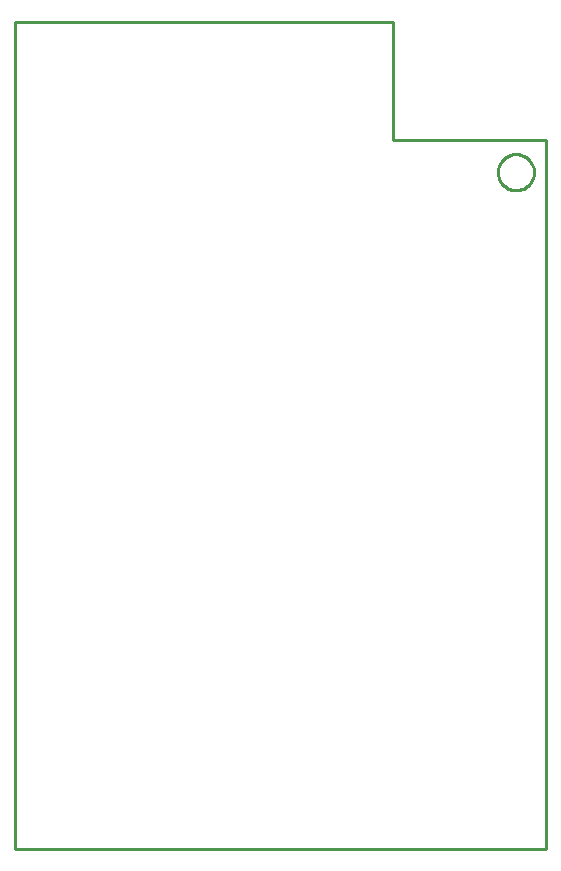
<source format=gko>
%FSDAX24Y24*%
%MOIN*%
%SFA1B1*%

%IPPOS*%
%ADD26C,0.010000*%
%LNde-260124-1*%
%LPD*%
G54D26*
X031002Y035900D02*
D01*
X031000Y035941*
X030996Y035983*
X030988Y036025*
X030978Y036065*
X030965Y036105*
X030949Y036144*
X030931Y036182*
X030910Y036219*
X030887Y036253*
X030861Y036286*
X030833Y036318*
X030802Y036347*
X030770Y036374*
X030736Y036399*
X030701Y036421*
X030663Y036441*
X030625Y036458*
X030586Y036472*
X030545Y036484*
X030504Y036492*
X030462Y036498*
X030421Y036501*
X030378*
X030337Y036498*
X030295Y036492*
X030254Y036484*
X030213Y036472*
X030174Y036458*
X030136Y036441*
X030099Y036421*
X030063Y036399*
X030029Y036374*
X029997Y036347*
X029966Y036318*
X029938Y036286*
X029912Y036253*
X029889Y036219*
X029868Y036182*
X029850Y036144*
X029834Y036105*
X029821Y036065*
X029811Y036025*
X029803Y035983*
X029799Y035941*
X029798Y035900*
X029799Y035858*
X029803Y035816*
X029811Y035774*
X029821Y035734*
X029834Y035694*
X029850Y035655*
X029868Y035617*
X029889Y035580*
X029912Y035546*
X029938Y035513*
X029966Y035481*
X029997Y035452*
X030029Y035425*
X030063Y035400*
X030099Y035378*
X030136Y035358*
X030174Y035341*
X030213Y035327*
X030254Y035315*
X030295Y035307*
X030337Y035301*
X030378Y035298*
X030421*
X030462Y035301*
X030504Y035307*
X030545Y035315*
X030586Y035327*
X030625Y035341*
X030663Y035358*
X030701Y035378*
X030736Y035400*
X030770Y035425*
X030802Y035452*
X030833Y035481*
X030861Y035513*
X030887Y035546*
X030910Y035580*
X030931Y035617*
X030949Y035655*
X030965Y035694*
X030978Y035734*
X030988Y035774*
X030996Y035816*
X031000Y035858*
X031002Y035900*
X013700Y040909D02*
X026298D01*
X013700Y013350D02*
X031417D01*
X013700D02*
Y040909D01*
X031417Y013350D02*
Y036972D01*
X026298D02*
X031417D01*
X026298D02*
Y040909D01*
M02*
</source>
